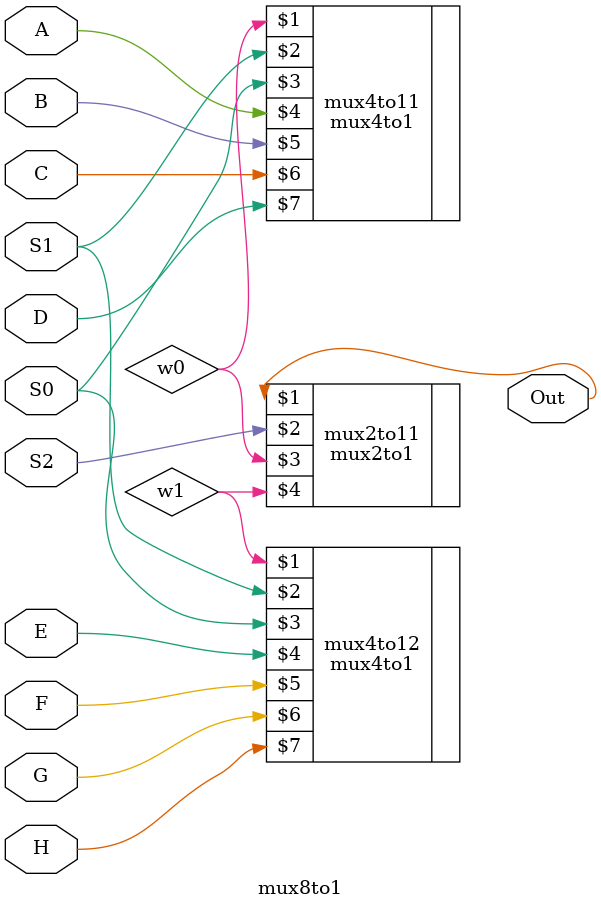
<source format=v>
module mux8to1(Out, S2, S1, S0, A, B, C, D, E, F, G, H);

output reg Out;
input S2, S1, S0, A, B, C, D, E, F, G, H;

wire w0, w1;

mux4to1 mux4to11(w0, S1, S0, A, B, C, D);
mux4to1 mux4to12(w1, S1, S0, E, F, G, H);
mux2to1 mux2to11 (Out, S2, w0, w1);

endmodule

</source>
